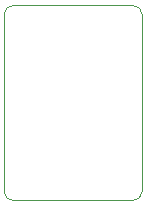
<source format=gbr>
%TF.GenerationSoftware,KiCad,Pcbnew,7.99.0-957-g18dd623122*%
%TF.CreationDate,2023-08-18T16:17:54-04:00*%
%TF.ProjectId,bme680,626d6536-3830-42e6-9b69-6361645f7063,V1.0*%
%TF.SameCoordinates,Original*%
%TF.FileFunction,Profile,NP*%
%FSLAX46Y46*%
G04 Gerber Fmt 4.6, Leading zero omitted, Abs format (unit mm)*
G04 Created by KiCad (PCBNEW 7.99.0-957-g18dd623122) date 2023-08-18 16:17:54*
%MOMM*%
%LPD*%
G01*
G04 APERTURE LIST*
%TA.AperFunction,Profile*%
%ADD10C,0.100000*%
%TD*%
G04 APERTURE END LIST*
D10*
X135382000Y-114300000D02*
X135382000Y-99314000D01*
X136144000Y-98552000D02*
G75*
G03*
X135382000Y-99314000I0J-762000D01*
G01*
X135382000Y-114300000D02*
G75*
G03*
X136144000Y-115062000I762000J0D01*
G01*
X136144000Y-98552000D02*
X146304000Y-98552000D01*
X146304000Y-115062000D02*
X136144000Y-115062000D01*
X147066000Y-99314000D02*
G75*
G03*
X146304000Y-98552000I-762000J0D01*
G01*
X147066000Y-99314000D02*
X147066000Y-114300000D01*
X146304000Y-115062000D02*
G75*
G03*
X147066000Y-114300000I0J762000D01*
G01*
M02*

</source>
